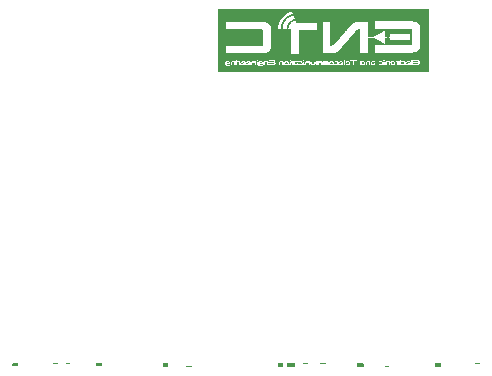
<source format=gbo>
G04*
G04 #@! TF.GenerationSoftware,Altium Limited,Altium Designer,22.1.2 (22)*
G04*
G04 Layer_Color=32896*
%FSLAX25Y25*%
%MOIN*%
G70*
G04*
G04 #@! TF.SameCoordinates,E16E6B7E-0D5A-4F64-8BAA-C1CDB9B7C18E*
G04*
G04*
G04 #@! TF.FilePolarity,Positive*
G04*
G01*
G75*
G36*
X250495Y237665D02*
X250486Y216484D01*
X193418D01*
X179995Y216493D01*
X180004Y237674D01*
X250495Y237665D01*
D02*
G37*
G36*
X267562Y119093D02*
X265797D01*
Y119534D01*
X267562D01*
Y119093D01*
D02*
G37*
G36*
X215927D02*
X214162D01*
Y119534D01*
X215927D01*
Y119093D01*
D02*
G37*
G36*
X210190D02*
X208425D01*
Y119534D01*
X210190D01*
Y119093D01*
D02*
G37*
G36*
X130753D02*
X129429D01*
Y119534D01*
X130753D01*
Y119093D01*
D02*
G37*
G36*
X126781D02*
X125015D01*
Y119534D01*
X126781D01*
Y119093D01*
D02*
G37*
G36*
X141344Y118652D02*
X139579D01*
Y119534D01*
X141344D01*
Y118652D01*
D02*
G37*
G36*
X113541D02*
X111335D01*
Y119093D01*
X111776D01*
Y119534D01*
X113541D01*
Y118652D01*
D02*
G37*
G36*
X254322Y118210D02*
X252557D01*
Y119534D01*
X254322D01*
Y118210D01*
D02*
G37*
G36*
X237111D02*
X235787D01*
Y118652D01*
X237111D01*
Y118210D01*
D02*
G37*
G36*
X228284Y119093D02*
X228726D01*
Y118652D01*
Y118210D01*
X226519D01*
Y119534D01*
X228284D01*
Y119093D01*
D02*
G37*
G36*
X205777Y118210D02*
X203129D01*
Y119534D01*
X205777D01*
Y118210D01*
D02*
G37*
G36*
X201805D02*
X200040D01*
Y119093D01*
Y119534D01*
X201805D01*
Y118210D01*
D02*
G37*
G36*
X171354D02*
X169589D01*
Y118652D01*
X171354D01*
Y118210D01*
D02*
G37*
G36*
X163410Y118652D02*
Y118210D01*
X161645D01*
Y119534D01*
X163410D01*
Y118652D01*
D02*
G37*
%LPC*%
G36*
X229763Y233328D02*
X227689Y233319D01*
X227303Y233328D01*
X227249Y233310D01*
X226800Y233292D01*
X226746Y233274D01*
X226612Y233247D01*
X226468Y233211D01*
X226270Y233194D01*
X226091Y233176D01*
X226001Y233158D01*
X225938Y233131D01*
X225866Y233059D01*
X225777Y233023D01*
X225588Y232996D01*
X225525Y232951D01*
X225471Y232897D01*
X225381Y232861D01*
X225283Y232834D01*
X225211Y232799D01*
X225193Y232763D01*
X225130Y232700D01*
X225040Y232664D01*
X225004Y232646D01*
X224897Y232538D01*
X224861Y232520D01*
X224735Y232430D01*
X224663Y232359D01*
X224627Y232341D01*
X224529Y232260D01*
X224295Y232026D01*
X224277Y231991D01*
X224250Y231963D01*
X224214Y231946D01*
X224151Y231883D01*
X224133Y231847D01*
X224053Y231748D01*
X223972Y231667D01*
X223954Y231631D01*
X223873Y231533D01*
X223792Y231452D01*
X223774Y231416D01*
X223693Y231317D01*
X223658Y231299D01*
X223631Y231272D01*
X223559Y231147D01*
X223532Y231119D01*
X223496Y231102D01*
X223433Y231039D01*
X223415Y231003D01*
X223334Y230922D01*
X223299Y230904D01*
X223227Y230796D01*
X223155Y230725D01*
X223128Y230715D01*
X223110Y230680D01*
X223029Y230581D01*
X222948Y230500D01*
X222930Y230464D01*
X222849Y230365D01*
X222769Y230285D01*
X222751Y230249D01*
X222670Y230150D01*
X222589Y230069D01*
X222571Y230033D01*
X222490Y229934D01*
X222410Y229854D01*
X222392Y229818D01*
X222293Y229719D01*
X222266Y229710D01*
X222248Y229674D01*
X222212Y229638D01*
X222194Y229602D01*
X222149Y229557D01*
X222113Y229539D01*
X222086Y229512D01*
X222068Y229476D01*
X222032Y229440D01*
X222014Y229405D01*
X221970Y229360D01*
X221934Y229342D01*
X221862Y229234D01*
X221745Y229117D01*
X221727Y229081D01*
X221602Y228920D01*
X221530Y228848D01*
X221512Y228812D01*
X221386Y228686D01*
X221332Y228596D01*
X221188Y228453D01*
X221170Y228417D01*
X221108Y228354D01*
X221072Y228336D01*
X221045Y228309D01*
X221027Y228273D01*
X220946Y228174D01*
X220910Y228157D01*
X220865Y228112D01*
X220847Y228076D01*
X220766Y227977D01*
X220686Y227896D01*
X220668Y227860D01*
X220632Y227824D01*
X220614Y227788D01*
X220506Y227681D01*
X220488Y227645D01*
X220407Y227546D01*
X220326Y227465D01*
X220309Y227429D01*
X220183Y227304D01*
X220129Y227214D01*
X220048Y227133D01*
X220021Y227124D01*
X220003Y227088D01*
X219967Y227052D01*
X219949Y227016D01*
X219904Y226971D01*
X219869Y226954D01*
X219824Y226909D01*
X219806Y226873D01*
X219743Y226792D01*
X219707Y226774D01*
X219662Y226729D01*
X219644Y226693D01*
X219563Y226594D01*
X219482Y226514D01*
X219465Y226478D01*
X219384Y226379D01*
X219303Y226298D01*
X219285Y226262D01*
X219204Y226163D01*
X219123Y226082D01*
X219070Y225993D01*
X218962Y225921D01*
X218944Y225885D01*
X218863Y225804D01*
X218827Y225786D01*
X218701Y225696D01*
X218648Y225643D01*
X218558Y225607D01*
X218522Y225589D01*
X218459Y225544D01*
X218441Y225508D01*
X218396Y225463D01*
X218252Y225427D01*
X218118Y225400D01*
X217965Y225337D01*
X217893Y225319D01*
X217714Y225266D01*
X217606Y225283D01*
X217579Y225310D01*
X217561Y225382D01*
X217543Y233247D01*
X217498Y233310D01*
X217426Y233328D01*
X215056Y233310D01*
X215011Y233229D01*
X214993Y233050D01*
X215011Y232817D01*
X215002Y222931D01*
X215056Y222859D01*
X215128Y222841D01*
X215631Y222859D01*
X218558Y222877D01*
X218612Y222895D01*
X218782Y222922D01*
X218989Y223021D01*
X219114Y223039D01*
X219276Y223057D01*
X219402Y223147D01*
X219438Y223165D01*
X219527Y223200D01*
X219626Y223227D01*
X219689Y223254D01*
X219761Y223326D01*
X219958Y223434D01*
X220048Y223524D01*
X220210Y223613D01*
X220300Y223703D01*
X220336Y223721D01*
X220434Y223802D01*
X220569Y223937D01*
X220605Y223955D01*
X220632Y223981D01*
X220650Y224018D01*
X220829Y224197D01*
X220847Y224233D01*
X220928Y224332D01*
X220991Y224394D01*
X221009Y224430D01*
X221090Y224529D01*
X221170Y224610D01*
X221224Y224700D01*
X221368Y224844D01*
X221386Y224879D01*
X221548Y225041D01*
X221566Y225077D01*
X221709Y225221D01*
X221727Y225256D01*
X221853Y225382D01*
X221871Y225418D01*
X221997Y225580D01*
X222050Y225634D01*
X222104Y225723D01*
X222167Y225786D01*
X222194Y225795D01*
X222212Y225831D01*
X222293Y225930D01*
X222374Y226011D01*
X222392Y226047D01*
X222455Y226127D01*
X222490Y226145D01*
X222571Y226226D01*
X222589Y226262D01*
X222733Y226406D01*
X222751Y226442D01*
X222832Y226540D01*
X222894Y226603D01*
X222912Y226639D01*
X222948Y226675D01*
X222966Y226711D01*
X223074Y226819D01*
X223092Y226855D01*
X223173Y226954D01*
X223254Y227034D01*
X223307Y227124D01*
X223352Y227169D01*
X223388Y227187D01*
X223460Y227295D01*
X223532Y227366D01*
X223568Y227384D01*
X223640Y227492D01*
X223693Y227546D01*
X223729Y227564D01*
X223801Y227672D01*
X223918Y227788D01*
X223936Y227824D01*
X224017Y227941D01*
X224053Y227959D01*
X224080Y227986D01*
X224098Y228022D01*
X224196Y228157D01*
X224232Y228174D01*
X224259Y228202D01*
X224277Y228237D01*
X224358Y228336D01*
X224457Y228435D01*
X224511Y228525D01*
X224537Y228552D01*
X224573Y228570D01*
X224636Y228632D01*
X224654Y228668D01*
X224681Y228713D01*
X224717Y228731D01*
X224798Y228812D01*
X224816Y228848D01*
X224897Y228947D01*
X224977Y229028D01*
X224995Y229063D01*
X225076Y229162D01*
X225139Y229225D01*
X225157Y229261D01*
X225238Y229360D01*
X225319Y229440D01*
X225373Y229530D01*
X225417Y229575D01*
X225453Y229593D01*
X225525Y229701D01*
X225597Y229773D01*
X225633Y229791D01*
X225705Y229898D01*
X225857Y230051D01*
X225875Y230087D01*
X225902Y230114D01*
X225938Y230132D01*
X225983Y230177D01*
X226001Y230213D01*
X226046Y230258D01*
X226082Y230276D01*
X226225Y230419D01*
X226261Y230437D01*
X226387Y230527D01*
X226405Y230563D01*
X226441Y230581D01*
X226531Y230617D01*
X226629Y230644D01*
X226728Y230707D01*
X226890Y230778D01*
X227123Y230796D01*
X227249Y230814D01*
X227357Y230796D01*
X227384Y230769D01*
X227420Y230644D01*
X227402Y230303D01*
X227411Y223129D01*
X227402Y222940D01*
X227483Y222841D01*
X228093Y222859D01*
X229925Y222877D01*
X229970Y222922D01*
X229961Y227905D01*
X229978Y227977D01*
X230014Y228031D01*
X230104Y228067D01*
X230499Y228049D01*
X231011Y228058D01*
X231074Y228049D01*
X231128Y228067D01*
X231307Y228049D01*
X231370Y227986D01*
X231388Y227824D01*
X231370Y227770D01*
X231388Y225975D01*
X231433Y225930D01*
X231496Y225957D01*
X231532Y226082D01*
X231514Y226370D01*
X231532Y228004D01*
X231595Y228067D01*
X231774Y228049D01*
X231900Y227959D01*
X232008Y227887D01*
X232142Y227860D01*
X232241Y227797D01*
X232295Y227744D01*
X232412Y227699D01*
X232555Y227645D01*
X232600Y227600D01*
X232636Y227582D01*
X232762Y227528D01*
X232879Y227483D01*
X232959Y227402D01*
X233049Y227366D01*
X233121Y227348D01*
X233211Y227313D01*
X233310Y227232D01*
X233543Y227142D01*
X233606Y227097D01*
X233642Y227061D01*
X233732Y227025D01*
X233803Y227007D01*
X233893Y226971D01*
X233992Y226891D01*
X234091Y226846D01*
X234208Y226801D01*
X234270Y226756D01*
X234360Y226702D01*
X234531Y226639D01*
X234594Y226594D01*
X234630Y226558D01*
X234665Y226540D01*
X234755Y226504D01*
X234899Y226451D01*
X234998Y226370D01*
X235114Y226325D01*
X235186Y226307D01*
X235357Y226190D01*
X235536Y226118D01*
X235644Y226029D01*
X235725Y226002D01*
X235788Y226047D01*
X235797Y226110D01*
X235779Y226199D01*
X235770Y226603D01*
X235788Y226657D01*
X235770Y226783D01*
X235734Y227088D01*
X235752Y227968D01*
X235797Y228013D01*
X235887Y228049D01*
X237242Y228058D01*
X237332Y228022D01*
X237386Y227896D01*
X237368Y227770D01*
X237386Y227429D01*
X237413Y227384D01*
X237539Y227348D01*
X237664Y227366D01*
X241309D01*
X244021Y227384D01*
X244066Y227429D01*
X244102Y227573D01*
X244084Y227968D01*
X244093Y228983D01*
X244075Y229054D01*
X244003Y229126D01*
X243868Y229135D01*
X243806Y229126D01*
X243752Y229144D01*
X243572Y229126D01*
X243446Y229144D01*
X237655Y229135D01*
X237485Y229144D01*
X237386Y229063D01*
X237368Y228938D01*
X237350Y228255D01*
X237305Y228210D01*
X237233Y228192D01*
X237107Y228210D01*
X235797Y228228D01*
X235716Y228291D01*
X235698Y228417D01*
X235716Y228471D01*
X235707Y230006D01*
X235725Y230078D01*
X235734Y230177D01*
X235707Y230222D01*
X235635Y230240D01*
X235491Y230222D01*
X235366Y230096D01*
X235240Y230060D01*
X235141Y230033D01*
X235114Y230006D01*
X235078Y229988D01*
X235024Y229934D01*
X234935Y229898D01*
X234836Y229872D01*
X234773Y229827D01*
X234737Y229791D01*
X234701Y229773D01*
X234576Y229719D01*
X234477Y229692D01*
X234414Y229647D01*
X234360Y229593D01*
X234270Y229557D01*
X234198Y229539D01*
X234109Y229485D01*
X234001Y229414D01*
X233911Y229378D01*
X233812Y229351D01*
X233750Y229306D01*
X233696Y229252D01*
X233444Y229162D01*
X233390Y229108D01*
X233354Y229090D01*
X233229Y229036D01*
X233130Y229010D01*
X233103Y228983D01*
X233067Y228965D01*
X233013Y228911D01*
X232924Y228875D01*
X232807Y228830D01*
X232708Y228767D01*
X232510Y228677D01*
X232421Y228641D01*
X232385Y228606D01*
X232349Y228588D01*
X232187Y228516D01*
X232062Y228444D01*
X232008Y228390D01*
X231882Y228354D01*
X231792Y228318D01*
X231693Y228237D01*
X231666Y228210D01*
X231595Y228192D01*
X231532Y228255D01*
X231514Y228381D01*
X231523Y230186D01*
X231505Y230258D01*
X231469Y230293D01*
X231397Y230276D01*
X231370Y230177D01*
X231352Y228273D01*
X231325Y228228D01*
X231200Y228192D01*
X231128Y228210D01*
X230059Y228202D01*
X229996Y228246D01*
X229970Y228327D01*
X229952Y228399D01*
X229970Y228525D01*
X229952Y233229D01*
X229889Y233310D01*
X229763Y233328D01*
D02*
G37*
G36*
X205180Y235411D02*
X204964Y235393D01*
X204767Y235268D01*
X204542Y235223D01*
X204443Y235160D01*
X204408Y235124D01*
X204282Y235070D01*
X204183Y235043D01*
X204075Y234953D01*
X203976Y234909D01*
X203851Y234837D01*
X203743Y234729D01*
X203671Y234711D01*
X203573Y234630D01*
X203528Y234585D01*
X203366Y234495D01*
X203258Y234388D01*
X203222Y234370D01*
X203123Y234289D01*
X203106Y234253D01*
X203061Y234208D01*
X203025Y234190D01*
X202980Y234163D01*
X202962Y234127D01*
X202926Y234091D01*
X202908Y234055D01*
X202863Y234011D01*
X202827Y233993D01*
X202782Y233948D01*
X202764Y233912D01*
X202684Y233813D01*
X202621Y233750D01*
X202603Y233714D01*
X202513Y233589D01*
X202459Y233535D01*
X202369Y233373D01*
X202279Y233283D01*
X202244Y233194D01*
X202172Y233068D01*
X202118Y233014D01*
X202037Y232790D01*
X201938Y232655D01*
X201911Y232538D01*
X201875Y232395D01*
X201777Y232188D01*
X201759Y232116D01*
X201741Y231991D01*
X201705Y231757D01*
X201669Y231667D01*
X201633Y231541D01*
X201597Y231290D01*
X201579Y231021D01*
X201597Y230967D01*
X201615Y230895D01*
X201660Y230850D01*
X202055Y230868D01*
X202854Y230859D01*
X202908Y230913D01*
X202944Y231057D01*
X202962Y231272D01*
X202980Y231326D01*
X203016Y231470D01*
X203070Y231775D01*
X203097Y231892D01*
X203133Y231981D01*
X203213Y232116D01*
X203258Y232305D01*
X203321Y232403D01*
X203393Y232475D01*
X203420Y232592D01*
X203483Y232691D01*
X203510Y232718D01*
X203537Y232727D01*
X203555Y232763D01*
X203671Y232933D01*
X203734Y232996D01*
X203752Y233032D01*
X203851Y233167D01*
X203887Y233185D01*
X203967Y233265D01*
X203986Y233301D01*
X204030Y233346D01*
X204066Y233364D01*
X204228Y233526D01*
X204264Y233544D01*
X204390Y233633D01*
X204461Y233705D01*
X204623Y233795D01*
X204713Y233885D01*
X204785Y233903D01*
X204901Y233948D01*
X205000Y234047D01*
X205126Y234083D01*
X205296Y234145D01*
X205413Y234208D01*
X205539Y234244D01*
X205620Y234289D01*
X205638Y234361D01*
X205620Y234433D01*
X205548Y234505D01*
X205530Y234540D01*
X205512Y234594D01*
X205494Y234666D01*
X205449Y234873D01*
X205413Y234962D01*
X205386Y234989D01*
X205368Y235025D01*
X205332Y235079D01*
Y235097D01*
X205314Y235151D01*
X205287Y235339D01*
X205252Y235393D01*
X205180Y235411D01*
D02*
G37*
G36*
X204677Y236740D02*
X204551Y236650D01*
X204408Y236614D01*
X204273Y236588D01*
X204174Y236525D01*
X204012Y236453D01*
X203905Y236435D01*
X203815Y236381D01*
X203689Y236291D01*
X203581Y236273D01*
X203456Y236201D01*
X203402Y236147D01*
X203312Y236112D01*
X203213Y236085D01*
X203151Y236040D01*
X203106Y235977D01*
X203079Y235950D01*
X202908Y235887D01*
X202827Y235806D01*
X202791Y235788D01*
X202666Y235717D01*
X202558Y235609D01*
X202522Y235591D01*
X202396Y235501D01*
X202307Y235411D01*
X202271Y235393D01*
X202190Y235331D01*
X202172Y235295D01*
X202109Y235250D01*
X202010Y235169D01*
X201723Y234882D01*
X201705Y234846D01*
X201561Y234702D01*
X201543Y234666D01*
X201480Y234585D01*
X201445Y234567D01*
X201364Y234433D01*
X201346Y234397D01*
X201283Y234352D01*
X201220Y234289D01*
X201184Y234199D01*
X201175Y234190D01*
X201094Y234109D01*
X201041Y233984D01*
X200987Y233894D01*
X200897Y233804D01*
X200825Y233607D01*
X200753Y233535D01*
X200717Y233445D01*
X200654Y233274D01*
X200583Y233167D01*
X200538Y233050D01*
X200511Y232897D01*
X200475Y232807D01*
X200448Y232781D01*
X200430Y232745D01*
X200376Y232619D01*
X200358Y232439D01*
X200322Y232296D01*
X200250Y232134D01*
X200215Y231919D01*
X200197Y231793D01*
X200179Y231613D01*
X200152Y231299D01*
X200134Y231155D01*
X200125Y230949D01*
X200187Y230868D01*
X200259Y230850D01*
X200619Y230868D01*
X200672Y230850D01*
X200744Y230868D01*
X200906Y230886D01*
X200951Y230931D01*
X200969Y231111D01*
X200996Y231533D01*
X201014Y231766D01*
X201049Y231910D01*
X201166Y232278D01*
X201184Y232457D01*
X201256Y232583D01*
X201328Y232745D01*
X201355Y232861D01*
X201409Y232969D01*
X201436Y232996D01*
X201453Y233032D01*
X201507Y233158D01*
X201570Y233328D01*
X201669Y233427D01*
X201714Y233544D01*
X201777Y233643D01*
X201831Y233696D01*
X201867Y233786D01*
X201885Y233822D01*
X201920Y233858D01*
X201929Y233885D01*
X201965Y233903D01*
X202010Y233948D01*
X202028Y233984D01*
X202109Y234083D01*
X202208Y234181D01*
X202226Y234217D01*
X202307Y234316D01*
X202405Y234415D01*
X202423Y234451D01*
X202540Y234567D01*
X202576Y234585D01*
X202737Y234747D01*
X202773Y234765D01*
X202809Y234801D01*
X202845Y234819D01*
X202872Y234846D01*
X202890Y234882D01*
X202917Y234909D01*
X202953Y234927D01*
X203052Y235007D01*
X203151Y235106D01*
X203240Y235142D01*
X203339Y235223D01*
X203366Y235250D01*
X203456Y235286D01*
X203545Y235339D01*
X203635Y235429D01*
X203761Y235465D01*
X203851Y235519D01*
X203923Y235591D01*
X204012Y235627D01*
X204129Y235654D01*
X204192Y235681D01*
X204264Y235753D01*
X204354Y235788D01*
X204470Y235815D01*
X204542Y235833D01*
X204632Y235869D01*
X204659Y235896D01*
X204785Y235950D01*
X204901Y235977D01*
X204964Y236004D01*
X204991Y236031D01*
X204973Y236192D01*
X204955Y236246D01*
X204937Y236318D01*
X204812Y236588D01*
X204776Y236677D01*
X204749Y236722D01*
X204677Y236740D01*
D02*
G37*
G36*
X205736Y233723D02*
X205602Y233696D01*
X205512Y233661D01*
X205404Y233589D01*
X205171Y233499D01*
X205144Y233472D01*
X205108Y233454D01*
X205054Y233400D01*
X204937Y233355D01*
X204874Y233310D01*
X204767Y233203D01*
X204641Y233131D01*
X204587Y233059D01*
X204551Y233041D01*
X204291Y232781D01*
X204273Y232745D01*
X204129Y232601D01*
X204075Y232511D01*
X203986Y232421D01*
X203950Y232332D01*
X203932Y232260D01*
X203851Y232161D01*
X203824Y232134D01*
X203788Y232044D01*
X203761Y231892D01*
X203671Y231748D01*
X203626Y231631D01*
X203599Y231299D01*
X203581Y231227D01*
X203555Y231129D01*
X203537Y231003D01*
X203555Y230877D01*
X203617Y230814D01*
X203743Y230796D01*
X203986Y230805D01*
X204066Y230796D01*
X204102Y230814D01*
X204156Y230796D01*
X204390Y230778D01*
X204416Y230751D01*
X204452Y230644D01*
X204434Y230590D01*
X204416Y230392D01*
X204434Y230338D01*
X204425Y222662D01*
X204461Y222572D01*
X204497Y222536D01*
X204569Y222518D01*
X206975Y222536D01*
X207038Y222599D01*
X207056Y230428D01*
X207119Y230509D01*
X207191Y230527D01*
X207424Y230509D01*
X207766D01*
X213000Y230500D01*
X213063Y230545D01*
X213108Y230662D01*
X213090Y232960D01*
X213063Y232987D01*
X212937Y233023D01*
X212865Y233005D01*
X206221Y233023D01*
X206122Y233104D01*
X206051Y233176D01*
X206015Y233319D01*
X205997Y233499D01*
X205925Y233625D01*
X205862Y233687D01*
X205736Y233723D01*
D02*
G37*
G36*
X244326Y233508D02*
X232492Y233490D01*
X232448Y233463D01*
X232412Y233373D01*
X232430Y231075D01*
X232475Y231012D01*
X232546Y230994D01*
X244596Y230976D01*
X244650Y230958D01*
X244739Y230922D01*
X244784Y230877D01*
X244820Y230787D01*
X244847Y230689D01*
X244865Y230617D01*
X244874Y225903D01*
X244856Y225849D01*
X244838Y225777D01*
X244793Y225660D01*
X244739Y225607D01*
X244623Y225562D01*
X244506Y225499D01*
X244326Y225481D01*
X237269D01*
X232502Y225490D01*
X232439Y225445D01*
X232412Y225418D01*
X232394Y225346D01*
X232412Y223084D01*
X232457Y223039D01*
X232528Y223021D01*
X232870Y223039D01*
X244497Y223030D01*
X245072Y223048D01*
X245251Y223066D01*
X245341Y223084D01*
X245485Y223120D01*
X245601Y223165D01*
X245727Y223200D01*
X245916Y223227D01*
X246005Y223263D01*
X246140Y223344D01*
X246266Y223380D01*
X246391Y223452D01*
X246445Y223506D01*
X246535Y223542D01*
X246652Y223604D01*
X246670Y223640D01*
X246733Y223703D01*
X246768Y223721D01*
X246867Y223802D01*
X246885Y223838D01*
X246966Y223919D01*
X247002Y223937D01*
X247029Y223964D01*
X247119Y224125D01*
X247173Y224179D01*
X247208Y224269D01*
X247235Y224368D01*
X247298Y224466D01*
X247334Y224502D01*
X247370Y224592D01*
X247388Y224772D01*
X247406Y224933D01*
X247460Y225059D01*
X247478Y225131D01*
X247496Y225310D01*
X247514Y225382D01*
X247496Y231344D01*
X247478Y231398D01*
X247424Y231577D01*
X247388Y231721D01*
X247370Y231937D01*
X247298Y232062D01*
X247208Y232260D01*
X247190Y232296D01*
X247083Y232403D01*
X246975Y232601D01*
X246948Y232628D01*
X246912Y232646D01*
X246885Y232673D01*
X246867Y232709D01*
X246751Y232825D01*
X246625Y232897D01*
X246535Y232987D01*
X246445Y233023D01*
X246320Y233095D01*
X246266Y233149D01*
X246176Y233185D01*
X246032Y233203D01*
X245853Y233310D01*
X245709Y233346D01*
X245583Y233364D01*
X245332Y233382D01*
X245206Y233436D01*
X245080Y233454D01*
X245009Y233472D01*
X244829Y233490D01*
X244326Y233508D01*
D02*
G37*
G36*
X182895Y233346D02*
X182841Y233328D01*
X182805Y233310D01*
X182778Y233283D01*
X182760Y233211D01*
X182778Y230841D01*
X182805Y230814D01*
X182877Y230796D01*
X183146Y230814D01*
X183200Y230796D01*
X194702Y230805D01*
X194917Y230787D01*
X195043Y230715D01*
X195052Y230689D01*
X195088Y230671D01*
X195133Y230608D01*
X195168Y230518D01*
X195186Y230446D01*
X195168Y225526D01*
X195106Y225445D01*
X194989Y225400D01*
X194962Y225373D01*
X194926Y225355D01*
X194764Y225283D01*
X188372D01*
X182787Y225266D01*
X182688Y225185D01*
X182679Y225104D01*
X182688Y223048D01*
X182670Y223012D01*
X182688Y222958D01*
X182706Y222922D01*
X182751Y222877D01*
X182877Y222859D01*
X195626Y222877D01*
X195680Y222895D01*
X195869Y222940D01*
X195968Y222985D01*
X196057Y223021D01*
X196183Y223039D01*
X196327Y223057D01*
X196452Y223147D01*
X196542Y223182D01*
X196713Y223245D01*
X196812Y223344D01*
X196901Y223380D01*
X196991Y223434D01*
X197099Y223542D01*
X197135Y223559D01*
X197234Y223658D01*
X197251Y223694D01*
X197377Y223820D01*
X197431Y223946D01*
X197449Y223981D01*
X197521Y224053D01*
X197539Y224089D01*
X197575Y224179D01*
X197593Y224251D01*
X197718Y224520D01*
X197736Y224592D01*
X197763Y224942D01*
X197781Y225032D01*
X197808Y225274D01*
X197826Y225454D01*
X197808Y230967D01*
X197790Y231021D01*
X197754Y231236D01*
X197736Y231595D01*
X197718Y231649D01*
X197647Y231775D01*
X197593Y231829D01*
X197575Y231955D01*
X197557Y232026D01*
X197539Y232062D01*
X197431Y232170D01*
X197341Y232332D01*
X197234Y232439D01*
X197216Y232475D01*
X197153Y232538D01*
X197117Y232556D01*
X197090Y232583D01*
X197072Y232619D01*
X196937Y232700D01*
X196901Y232718D01*
X196874Y232745D01*
X196856Y232781D01*
X196812Y232825D01*
X196722Y232861D01*
X196560Y232951D01*
X196524Y232987D01*
X196425Y233014D01*
X196255Y233041D01*
X196075Y233149D01*
X196003Y233167D01*
X195878Y233185D01*
X195590Y233203D01*
X195303Y233274D01*
X195177Y233292D01*
X194791Y233319D01*
X183146Y233328D01*
X183092Y233310D01*
X182904Y233337D01*
X182895Y233346D01*
D02*
G37*
G36*
X186396Y220453D02*
X186127Y220435D01*
X186064Y220372D01*
X186082Y220282D01*
X186100Y220264D01*
Y220246D01*
X186181Y220201D01*
X186307Y220184D01*
X186432Y220201D01*
X186513Y220282D01*
X186522Y220345D01*
X186495Y220408D01*
X186468Y220435D01*
X186396Y220453D01*
D02*
G37*
G36*
X208879D02*
X208574Y220435D01*
X208529Y220408D01*
X208511Y220336D01*
X208529Y220264D01*
X208556Y220237D01*
X208645Y220201D01*
X208789Y220166D01*
X208843Y220184D01*
X208852Y220193D01*
X208879Y220219D01*
X208906Y220229D01*
X208924Y220264D01*
X208942Y220318D01*
X208924Y220408D01*
X208879Y220453D01*
D02*
G37*
G36*
X237287Y220076D02*
X236757Y220067D01*
X236695Y220076D01*
X236641Y220058D01*
X236425Y220076D01*
X236407D01*
X236120Y220058D01*
X236021Y219977D01*
X235976Y219932D01*
X235940Y219914D01*
X235877Y219851D01*
X235859Y219726D01*
X235877Y218953D01*
X235904Y218909D01*
X235976Y218891D01*
X236174Y218909D01*
X236264Y218963D01*
X236291Y218989D01*
X236308Y219115D01*
X236299Y219627D01*
X236326Y219690D01*
X236371Y219735D01*
X236443Y219753D01*
X236937Y219762D01*
X237027Y219726D01*
X237063Y219636D01*
X237045Y219367D01*
X237063Y219313D01*
X237045Y218989D01*
X237107Y218909D01*
X237179Y218891D01*
X237359Y218909D01*
X237422Y218953D01*
X237440Y219043D01*
X237404Y219133D01*
X237386Y219259D01*
X237404Y219331D01*
X237395Y219627D01*
X237422Y219977D01*
X237359Y220058D01*
X237287Y220076D01*
D02*
G37*
G36*
X232385D02*
X232232Y220067D01*
X232151Y220076D01*
X232098Y220058D01*
X231334Y220067D01*
X231272Y220040D01*
X231209Y219977D01*
X231191Y219941D01*
X231164Y219914D01*
X231128Y219896D01*
X231029Y219815D01*
Y219564D01*
Y219546D01*
X231011Y219492D01*
X231029Y219438D01*
X231020Y219160D01*
X231056Y219106D01*
X231092Y219088D01*
X231191Y219007D01*
X231209Y218971D01*
X231272Y218909D01*
X231388Y218900D01*
X232151Y218909D01*
X232205Y218891D01*
X232412Y218918D01*
X232510Y218981D01*
X232555Y219079D01*
X232573Y219295D01*
X232555Y219349D01*
X232537Y219474D01*
X232510Y219519D01*
X232421Y219555D01*
X232241Y219573D01*
X231738Y219591D01*
X231684Y219573D01*
X231631Y219591D01*
X231541Y219609D01*
X231514Y219636D01*
X231505Y219681D01*
X231532Y219744D01*
X231613Y219771D01*
X232528Y219789D01*
X232555Y219815D01*
X232573Y219887D01*
X232555Y219977D01*
X232510Y220040D01*
X232385Y220076D01*
D02*
G37*
G36*
X230715D02*
X230203Y220067D01*
X230122Y220076D01*
X230068Y220058D01*
X229655Y220076D01*
X229601Y220058D01*
X229566Y220040D01*
X229467Y219959D01*
X229440Y219932D01*
X229404Y219914D01*
X229341Y219851D01*
X229323Y219780D01*
X229314Y218981D01*
X229359Y218918D01*
X229458Y218891D01*
X229682Y218918D01*
X229754Y218953D01*
X229772Y219025D01*
Y219349D01*
Y219367D01*
X229763Y219627D01*
X229790Y219690D01*
X229853Y219753D01*
X229988Y219762D01*
X230284Y219753D01*
X230338Y219771D01*
X230454Y219744D01*
X230490Y219708D01*
X230508Y219636D01*
X230499Y219016D01*
X230535Y218927D01*
X230625Y218891D01*
X230822Y218909D01*
X230903Y218953D01*
X230921Y219025D01*
X230903Y219133D01*
X230867Y219223D01*
X230885Y219797D01*
X230903Y219851D01*
X230921Y219923D01*
X230885Y220013D01*
X230840Y220058D01*
X230715Y220076D01*
D02*
G37*
G36*
X226225Y220435D02*
X226100Y220417D01*
X224232Y220399D01*
X224169Y220354D01*
X224151Y220282D01*
X224143Y220237D01*
X224160Y220166D01*
X224178Y220130D01*
X224205Y220121D01*
X224214Y220112D01*
X224268Y220094D01*
X224340Y220076D01*
X225004Y220058D01*
X225067Y220013D01*
X225085Y219941D01*
X225076Y219016D01*
X225112Y218945D01*
X225202Y218909D01*
X225328Y218891D01*
X225435Y218909D01*
X225498Y218971D01*
X225516Y220031D01*
X225561Y220076D01*
X225633Y220094D01*
X225785Y220067D01*
X225848Y220058D01*
X225902Y220076D01*
X226235Y220067D01*
X226324Y220085D01*
X226414Y220139D01*
X226450Y220229D01*
X226432Y220336D01*
X226369Y220399D01*
X226225Y220435D01*
D02*
G37*
G36*
X216762Y220076D02*
X216744D01*
X216268Y220067D01*
X215613Y220076D01*
X215559Y220058D01*
X215200Y220076D01*
X215146Y220058D01*
X215056Y220004D01*
X214984Y219932D01*
X214948Y219914D01*
X214885Y219851D01*
X214850Y219762D01*
X214841Y219034D01*
X214859Y218963D01*
X214912Y218909D01*
X215119Y218900D01*
X215254Y218927D01*
X215299Y218971D01*
X215317Y219043D01*
X215307Y219645D01*
X215334Y219708D01*
X215361Y219735D01*
X215487Y219771D01*
X215613Y219753D01*
X215676Y219708D01*
X215694Y219636D01*
X215676Y219241D01*
X215694Y219187D01*
X215676Y219061D01*
X215694Y218989D01*
X215711Y218953D01*
X215739Y218927D01*
X215864Y218891D01*
X216044Y218909D01*
X216133Y218963D01*
X216160Y219043D01*
X216143Y219402D01*
X216160Y219456D01*
X216143Y219528D01*
X216160Y219690D01*
X216205Y219735D01*
X216349Y219771D01*
X216475Y219753D01*
X216538Y219690D01*
X216556Y219618D01*
X216538Y219385D01*
X216556Y218953D01*
X216600Y218909D01*
X216672Y218891D01*
X216870Y218909D01*
X216951Y218953D01*
X216968Y219025D01*
X216951Y219187D01*
X216933Y219241D01*
X216951Y219313D01*
X216942Y219645D01*
X216960Y219735D01*
X216968Y219959D01*
X216888Y220058D01*
X216762Y220076D01*
D02*
G37*
G36*
X214535D02*
X214024Y220067D01*
X213368Y220076D01*
X213314Y220058D01*
X212919Y220076D01*
X212829Y220040D01*
X212740Y219950D01*
X212704Y219932D01*
X212605Y219851D01*
X212587Y219726D01*
X212605Y218953D01*
X212650Y218909D01*
X212722Y218891D01*
X212928Y218918D01*
X212991Y218945D01*
X213018Y218971D01*
X213036Y219043D01*
X213054Y219672D01*
X213117Y219735D01*
X213242Y219771D01*
X213368Y219753D01*
X213431Y219690D01*
X213449Y219564D01*
X213431Y219510D01*
X213449Y218953D01*
X213494Y218909D01*
X213566Y218891D01*
X213745Y218909D01*
X213835Y218963D01*
X213862Y219043D01*
X213853Y219232D01*
X213862Y219510D01*
X213844Y219564D01*
X213862Y219690D01*
X213889Y219717D01*
X214015Y219753D01*
X214131Y219762D01*
X214221Y219744D01*
X214293Y219672D01*
X214284Y219375D01*
X214293Y219151D01*
X214275Y219097D01*
X214293Y218953D01*
X214338Y218909D01*
X214410Y218891D01*
X214589Y218909D01*
X214634Y218953D01*
X214652Y219079D01*
X214634Y219151D01*
Y219726D01*
X214643Y219735D01*
X214652Y219995D01*
X214607Y220058D01*
X214535Y220076D01*
D02*
G37*
G36*
X192610D02*
X191793Y220067D01*
X191748Y220076D01*
X191694Y220058D01*
X191622Y220076D01*
X191442Y220058D01*
X191406Y220022D01*
X191370Y220004D01*
X191245Y219914D01*
X191218Y219887D01*
X191200Y219762D01*
X191182Y219528D01*
X191191Y219178D01*
X191173Y219106D01*
X191146Y219025D01*
X191164Y218953D01*
X191191Y218927D01*
X191317Y218891D01*
X191496Y218909D01*
X191541Y218953D01*
X191559Y219025D01*
X191577Y219672D01*
X191640Y219735D01*
X191766Y219753D01*
X192250Y219735D01*
X192313Y219672D01*
X192331Y219600D01*
X192313Y219474D01*
X192304Y219016D01*
X192340Y218945D01*
X192367Y218936D01*
X192376Y218927D01*
X192448Y218909D01*
X192574Y218891D01*
X192681Y218909D01*
X192708Y218936D01*
X192726Y219007D01*
X192708Y220031D01*
X192681Y220058D01*
X192610Y220076D01*
D02*
G37*
G36*
X188946D02*
X188776Y220067D01*
X188713Y220076D01*
X188659Y220058D01*
X188031Y220076D01*
X187932Y219995D01*
X187806Y219869D01*
X187788Y219797D01*
X187806Y219528D01*
X187869Y219465D01*
X187995Y219429D01*
X188066Y219411D01*
X188569Y219393D01*
X188821Y219375D01*
X188865Y219349D01*
X188848Y219259D01*
X188767Y219232D01*
X188695Y219214D01*
X188300Y219232D01*
X187941Y219214D01*
X187824Y219151D01*
X187806Y219079D01*
X187824Y218989D01*
X187887Y218927D01*
X187959Y218909D01*
X188084Y218891D01*
X188264Y218909D01*
X188991Y218900D01*
X189081Y218918D01*
X189135Y218936D01*
X189144Y218945D01*
X189207Y218989D01*
X189225Y219025D01*
X189261Y219061D01*
X189296Y219187D01*
X189287Y219663D01*
X189296Y219833D01*
X189243Y219923D01*
X189216Y219950D01*
X189180Y219968D01*
X189144Y220004D01*
X189108Y220022D01*
X189072Y220058D01*
X188946Y220076D01*
D02*
G37*
G36*
X183828D02*
X183586Y220067D01*
X183559Y220076D01*
X183505Y220058D01*
X182868Y220067D01*
X182805Y220040D01*
X182751Y219986D01*
X182715Y219968D01*
X182598Y219887D01*
X182580Y219815D01*
Y219169D01*
Y219151D01*
X182598Y218756D01*
X182679Y218657D01*
X182751Y218585D01*
X182877Y218549D01*
X184062Y218567D01*
X184107Y218612D01*
X184125Y218684D01*
X184107Y218810D01*
X184080Y218837D01*
X183954Y218873D01*
X183155Y218864D01*
X183038Y218909D01*
X182993Y218953D01*
X183011Y219025D01*
X183056Y219070D01*
X183236Y219088D01*
X184044Y219106D01*
X184089Y219151D01*
X184125Y219295D01*
X184107Y219905D01*
X184026Y219986D01*
X183990Y220004D01*
X183828Y220076D01*
D02*
G37*
G36*
X238795D02*
X238508Y220058D01*
X237907Y220067D01*
X237817Y220031D01*
X237700Y219914D01*
X237664Y219896D01*
X237601Y219833D01*
X237583Y219762D01*
X237601Y219133D01*
X237646Y219088D01*
X237682Y219070D01*
X237763Y218989D01*
X237781Y218953D01*
X237808Y218927D01*
X237880Y218909D01*
X238993Y218927D01*
X239029Y218963D01*
X239065Y218981D01*
X239137Y219088D01*
X239182Y219187D01*
X239200Y219259D01*
X239209Y219663D01*
X239110Y219851D01*
X239029Y219986D01*
X239002Y219995D01*
X238993Y220004D01*
X238867Y220058D01*
X238795Y220076D01*
D02*
G37*
G36*
X234683D02*
X234288Y220058D01*
X233848Y220067D01*
X233758Y220049D01*
X233696Y220004D01*
X233651Y219959D01*
X233633Y219887D01*
X233651Y219815D01*
X233678Y219789D01*
X233821Y219753D01*
X234531Y219762D01*
X234594Y219735D01*
X234638Y219690D01*
X234656Y219618D01*
X234647Y219483D01*
X234656Y219349D01*
X234602Y219259D01*
X234576Y219232D01*
X234450Y219214D01*
X234396Y219232D01*
X233732Y219214D01*
X233651Y219151D01*
X233633Y219079D01*
X233651Y218971D01*
X233696Y218927D01*
X233732D01*
X233741Y218918D01*
X234845Y218909D01*
X234944Y218989D01*
X235016Y219115D01*
X235069Y219205D01*
X235087Y219277D01*
X235069Y219474D01*
X235087Y219528D01*
X235069Y219726D01*
X234962Y219923D01*
X234881Y220004D01*
X234845Y220022D01*
X234755Y220058D01*
X234683Y220076D01*
D02*
G37*
G36*
X223819D02*
X223442Y220058D01*
X223388Y220076D01*
X223334Y220058D01*
X222885Y220076D01*
X222787Y219995D01*
X222769Y219959D01*
X222679Y219762D01*
X222697Y219618D01*
X222715Y219564D01*
X222778Y219447D01*
X222903Y219411D01*
X223299Y219393D01*
X223667Y219402D01*
X223738Y219385D01*
X223774Y219295D01*
X223729Y219232D01*
X223604Y219214D01*
X223424Y219232D01*
X222814Y219214D01*
X222805Y219205D01*
X222796Y219196D01*
X222751Y219151D01*
X222733Y219079D01*
X222751Y218953D01*
X222796Y218909D01*
X222867Y218891D01*
X223209Y218909D01*
X223999Y218927D01*
X224080Y218989D01*
X224098Y219025D01*
X224169Y219187D01*
X224178Y219699D01*
X224160Y219789D01*
X224143Y219860D01*
X224098Y219923D01*
X224017Y220004D01*
X223891Y220058D01*
X223819Y220076D01*
D02*
G37*
G36*
X221557D02*
X221215Y220058D01*
X220623Y220076D01*
X220524Y219995D01*
X220443Y219896D01*
X220318Y219771D01*
X220273Y219762D01*
X220201Y219833D01*
X220147Y219923D01*
X220048Y220022D01*
X219958Y220058D01*
X219833Y220076D01*
X219545Y220058D01*
X219034Y220067D01*
X218944Y220049D01*
X218881Y220004D01*
X218836Y219959D01*
X218818Y219851D01*
X218881Y219789D01*
X219096Y219753D01*
X219698Y219762D01*
X219770Y219744D01*
X219806Y219708D01*
X219842Y219564D01*
X219824Y219492D01*
X219842Y219438D01*
X219824Y219313D01*
X219779Y219250D01*
X219707Y219232D01*
X218953Y219214D01*
X218827Y219142D01*
X218818Y219025D01*
X218872Y218936D01*
X218953Y218909D01*
X220048Y218927D01*
X220111Y218971D01*
X220165Y219061D01*
X220273Y219169D01*
X220291Y219295D01*
X220273Y219474D01*
X220291Y219528D01*
X220318Y219591D01*
X220389Y219573D01*
X220497Y219465D01*
X220587Y219429D01*
X220659Y219411D01*
X221000Y219393D01*
X221431Y219375D01*
X221476Y219349D01*
X221467Y219268D01*
X221377Y219232D01*
X221188Y219223D01*
X220623Y219232D01*
X220569Y219214D01*
X220443Y219142D01*
X220416Y219115D01*
X220434Y218971D01*
X220479Y218927D01*
X220623Y218891D01*
X220964Y218909D01*
X221718Y218927D01*
X221754Y218963D01*
X221790Y218981D01*
X221853Y219097D01*
X221871Y219169D01*
X221853Y219905D01*
X221790Y219968D01*
X221754Y219986D01*
X221718Y220022D01*
X221664Y220040D01*
X221655Y220049D01*
X221557Y220076D01*
D02*
G37*
G36*
X218270D02*
X217983Y220058D01*
X217471Y220067D01*
X217382Y220049D01*
X217319Y220004D01*
X217274Y219977D01*
X217256Y219941D01*
X217076Y219762D01*
X217058Y219690D01*
X217040Y219456D01*
X217058Y219205D01*
X217157Y219106D01*
X217193Y219088D01*
X217220Y219061D01*
X217238Y219025D01*
X217319Y218927D01*
X217390Y218909D01*
X217606D01*
X218504Y218927D01*
X218549Y218953D01*
X218621Y219079D01*
X218701Y219160D01*
X218728Y219169D01*
X218746Y219241D01*
X218728Y219367D01*
X218710Y219780D01*
X218656Y219833D01*
X218639Y219869D01*
X218567Y219941D01*
X218549Y219977D01*
X218522Y220004D01*
X218486Y220022D01*
X218396Y220058D01*
X218270Y220076D01*
D02*
G37*
G36*
X210531Y220094D02*
X210405Y220076D01*
X209723Y220058D01*
X209669Y220076D01*
X209382Y220058D01*
X209157Y219887D01*
X209139Y219815D01*
X209157Y218936D01*
X209184Y218909D01*
X209256Y218891D01*
X209436Y218909D01*
X209471Y218945D01*
X209498Y218953D01*
X209534Y219079D01*
X209516Y219151D01*
X209534Y219672D01*
X209579Y219717D01*
X209669Y219753D01*
X210208Y219735D01*
X210289Y219654D01*
X210271Y219313D01*
X210262Y219016D01*
X210306Y218953D01*
X210333Y218927D01*
X210459Y218891D01*
X210621Y218909D01*
X210666Y218953D01*
X210675Y218981D01*
X210683Y218989D01*
X210666Y219277D01*
X210648Y220031D01*
X210603Y220076D01*
X210531Y220094D01*
D02*
G37*
G36*
X203204Y220076D02*
X203133Y220058D01*
X202477Y220067D01*
X202405Y220049D01*
X202297Y219977D01*
X202244Y219923D01*
X202226Y219887D01*
X202109Y219717D01*
X202082Y219690D01*
X202064Y219654D01*
X202046Y219636D01*
Y219618D01*
X202037Y219609D01*
X202010Y219636D01*
X201992Y219959D01*
X201911Y220058D01*
X201786Y220076D01*
X200942Y220058D01*
X200888Y220076D01*
X200654Y220058D01*
X200493Y219932D01*
X200394Y219833D01*
X200376Y219762D01*
X200358Y219582D01*
X200367Y219178D01*
X200358Y218989D01*
X200403Y218927D01*
X200475Y218909D01*
X200780Y218927D01*
X200825Y218971D01*
X200843Y219097D01*
X200825Y219277D01*
X200843Y219690D01*
X200906Y219753D01*
X201049Y219771D01*
X201103Y219753D01*
X201436Y219762D01*
X201525Y219726D01*
X201561Y219636D01*
X201552Y219411D01*
X201561Y219151D01*
X201543Y219097D01*
X201561Y218971D01*
X201588Y218927D01*
X201714Y218891D01*
X201920Y218918D01*
X201974Y218953D01*
X202010Y219079D01*
X202028Y219420D01*
X202037Y219429D01*
X202082Y219313D01*
X202100Y219223D01*
X202172Y219151D01*
X202190Y219115D01*
X202226Y219079D01*
X202244Y219043D01*
X202324Y218927D01*
X202450Y218909D01*
X203528Y218927D01*
X203590Y218989D01*
X203608Y219025D01*
X203752Y219169D01*
X203734Y219815D01*
X203698Y219851D01*
X203680Y219887D01*
X203617Y219932D01*
X203528Y220022D01*
X203438Y220058D01*
X203204Y220076D01*
D02*
G37*
G36*
X190634D02*
X190078Y220058D01*
X190024Y220076D01*
X189700Y220058D01*
X189539Y219932D01*
X189512Y219905D01*
X189494Y219780D01*
X189512Y219492D01*
X189557Y219447D01*
X189629Y219429D01*
X189754Y219411D01*
X190257Y219393D01*
X190509Y219375D01*
X190535Y219349D01*
X190518Y219259D01*
X190491Y219232D01*
X190311Y219214D01*
X190239Y219232D01*
X190096D01*
X189575Y219214D01*
X189512Y219151D01*
X189494Y219079D01*
X189512Y218971D01*
X189539Y218927D01*
X189611Y218909D01*
X190697Y218900D01*
X190787Y218918D01*
X190940Y219070D01*
X190975Y219088D01*
X191020Y219187D01*
X191002Y219815D01*
X190940Y219914D01*
X190904Y219932D01*
X190805Y220013D01*
X190760Y220058D01*
X190634Y220076D01*
D02*
G37*
G36*
X240879Y220417D02*
X240717Y220399D01*
X240654Y220336D01*
X240636Y220157D01*
X240591Y220094D01*
X240501Y220058D01*
X240465Y220040D01*
X240421Y220013D01*
X240403Y219977D01*
X240340Y219896D01*
X240196Y219914D01*
X240053Y220058D01*
X239981Y220076D01*
X239541Y220067D01*
X239406Y220076D01*
X239307Y219995D01*
X239289Y219869D01*
X239307Y219797D01*
X239334Y219771D01*
X239406Y219753D01*
X239666Y219762D01*
X239774Y219744D01*
X239837Y219699D01*
X239864Y219672D01*
X239882Y219600D01*
X239864Y219097D01*
X239882Y218971D01*
X239927Y218927D01*
X240142Y218891D01*
X240250Y218909D01*
X240313Y218971D01*
X240331Y219744D01*
X240394Y219824D01*
X240510Y219780D01*
X240573Y219735D01*
X240636Y219672D01*
X240654Y219582D01*
X240636Y219528D01*
X240627Y218981D01*
X240663Y218927D01*
X240807Y218891D01*
X240950Y218909D01*
X240995Y218953D01*
X241013Y219025D01*
X241004Y219645D01*
X241031Y219708D01*
X241076Y219753D01*
X241274Y219807D01*
X241453Y219753D01*
X242109Y219762D01*
X242180Y219744D01*
X242234Y219690D01*
X242252Y219618D01*
X242261Y219357D01*
X242252Y219349D01*
Y219331D01*
X242234Y219295D01*
X242172Y219232D01*
X242037Y219223D01*
X241399Y219232D01*
X241283Y219169D01*
X241265Y219097D01*
X241283Y218953D01*
X241309Y218927D01*
X241381Y218909D01*
X241561Y218891D01*
X241615Y218909D01*
X242495Y218927D01*
X242522Y218953D01*
X242540Y218989D01*
X242620Y219088D01*
X242656Y219106D01*
X242701Y219151D01*
X242719Y219277D01*
X242701Y219402D01*
X242719Y219582D01*
X242773Y219672D01*
X242800Y219681D01*
X242863Y219618D01*
X242881Y219546D01*
X242944Y219447D01*
X243069Y219411D01*
X243464Y219393D01*
X243895Y219375D01*
X243922Y219349D01*
X243904Y219259D01*
X243824Y219232D01*
X243752Y219214D01*
X243572Y219232D01*
X242980Y219214D01*
X242881Y219133D01*
X242863Y219007D01*
X242908Y218927D01*
X243033Y218891D01*
X243375Y218909D01*
X244147Y218927D01*
X244228Y218989D01*
X244281Y219115D01*
X244317Y219367D01*
X244299Y219546D01*
X244281Y219869D01*
X244192Y219995D01*
X244075Y220058D01*
X243949Y220076D01*
X243716Y220058D01*
X243563Y220067D01*
X243339Y220058D01*
X243285Y220076D01*
X242998Y220058D01*
X242935Y219995D01*
X242845Y219833D01*
X242800Y219789D01*
X242710Y219807D01*
X242584Y219932D01*
X242549Y219950D01*
X242459Y220040D01*
X242315Y220076D01*
X241812Y220058D01*
X241444Y220067D01*
X241354Y220031D01*
X241274Y220004D01*
X241184Y220022D01*
X241058Y220094D01*
X241031Y220121D01*
X241013Y220193D01*
X240995Y220318D01*
X240950Y220399D01*
X240879Y220417D01*
D02*
G37*
G36*
X186343Y220094D02*
X186199Y220076D01*
X186064Y219941D01*
X186046Y219905D01*
X186001Y219878D01*
X185956Y219923D01*
X185939Y219959D01*
X185903Y219995D01*
X185894Y220022D01*
X185858Y220040D01*
X185768Y220076D01*
X184906Y220058D01*
X184852Y220076D01*
X184637Y220058D01*
X184547Y220004D01*
X184493Y219950D01*
X184457Y219932D01*
X184376Y219851D01*
X184340Y219708D01*
X184331Y218998D01*
X184376Y218936D01*
X184403Y218909D01*
X184610Y218900D01*
X184744Y218927D01*
X184789Y218971D01*
X184807Y219043D01*
X184789Y219654D01*
X184870Y219753D01*
X185014Y219771D01*
X185068Y219753D01*
X185400Y219762D01*
X185490Y219726D01*
X185526Y219636D01*
X185543Y218953D01*
X185588Y218909D01*
X185714Y218891D01*
X185876Y218927D01*
X185983Y218998D01*
X186055Y218981D01*
X186217Y218909D01*
X186378Y218891D01*
X186432Y218909D01*
X186468Y218927D01*
X186513Y218971D01*
X186531Y219043D01*
X186513Y219331D01*
X186522Y219465D01*
X186513Y219672D01*
X186576Y219789D01*
X186648Y219807D01*
X186738Y219771D01*
X186863Y219753D01*
X187151Y219735D01*
X187213Y219672D01*
X187231Y219600D01*
X187249Y218953D01*
X187312Y218891D01*
X187528Y218909D01*
X187573Y218936D01*
X187609Y219025D01*
X187600Y219214D01*
X187627Y219402D01*
X187609Y219420D01*
Y219438D01*
X187591Y219762D01*
X187573Y219815D01*
X187546Y219914D01*
X187492Y219968D01*
X187402Y220022D01*
X187276Y220076D01*
X186971Y220058D01*
X186917Y220076D01*
X186756Y220058D01*
X186594Y219986D01*
X186486Y220004D01*
X186432Y220058D01*
X186343Y220094D01*
D02*
G37*
G36*
X197162Y220426D02*
X197090Y220408D01*
X197027Y220363D01*
X197000Y220336D01*
X196982Y220264D01*
X197000Y220175D01*
X197063Y220112D01*
X197189Y220076D01*
X198706Y220085D01*
X198769Y220040D01*
X198796Y220013D01*
X198778Y219869D01*
X198733Y219824D01*
X198661Y219807D01*
X198320Y219824D01*
X197359Y219815D01*
X197269Y219833D01*
X197171Y219842D01*
X197072Y219762D01*
X197036Y219672D01*
X197054Y219528D01*
X197117Y219465D01*
X197189Y219447D01*
X197530Y219465D01*
X198509Y219456D01*
X198715Y219465D01*
X198796Y219402D01*
X198778Y219277D01*
X198733Y219232D01*
X198589Y219214D01*
X198536Y219232D01*
X197081Y219214D01*
X196955Y219160D01*
X196901Y219178D01*
X196874Y219205D01*
X196856Y219277D01*
X196838Y219995D01*
X196776Y220058D01*
X196596Y220076D01*
X195770Y220058D01*
X195716Y220076D01*
X195537Y220058D01*
X195366Y219941D01*
X195330Y219905D01*
X195258Y219780D01*
X195195Y219717D01*
X195142Y219735D01*
X195052Y219878D01*
X194890Y220040D01*
X194818Y220058D01*
X194639Y220076D01*
X194405Y220058D01*
X193786Y220067D01*
X193696Y220031D01*
X193561Y219896D01*
X193472Y219842D01*
X193445Y219815D01*
X193427Y219744D01*
X193445Y219582D01*
X193427Y219528D01*
X193445Y219420D01*
X193427Y219367D01*
X193445Y218971D01*
Y218953D01*
X193472Y218837D01*
X193516Y218774D01*
X193624Y218666D01*
X193642Y218630D01*
X193669Y218585D01*
X193795Y218549D01*
X194944Y218567D01*
X194989Y218612D01*
X195007Y218684D01*
X194989Y218810D01*
X194944Y218855D01*
X194872Y218873D01*
X194630Y218864D01*
X194298Y218873D01*
X194244Y218855D01*
X193992Y218873D01*
X193929Y218936D01*
X193947Y219043D01*
X194064Y219088D01*
X194845Y219079D01*
X194917Y219097D01*
X194971Y219133D01*
X195052Y219286D01*
X195088Y219304D01*
X195142Y219322D01*
X195186Y219313D01*
X195222Y219187D01*
X195204Y219007D01*
X195267Y218927D01*
X195339Y218909D01*
X195537Y218891D01*
X195590Y218909D01*
X195626Y218927D01*
X195653Y218953D01*
X195671Y219025D01*
X195689Y219708D01*
X195734Y219753D01*
X195878Y219771D01*
X195932Y219753D01*
X196246Y219762D01*
X196336Y219744D01*
X196407Y219672D01*
X196399Y219357D01*
X196407Y219151D01*
X196390Y219097D01*
X196407Y218971D01*
X196470Y218909D01*
X196623Y218900D01*
X196767Y218918D01*
X196865Y218981D01*
X196955Y219016D01*
X196991Y218981D01*
X197027Y218963D01*
X197063Y218927D01*
X197135Y218909D01*
X197216Y218900D01*
X199011Y218918D01*
X199074Y218963D01*
X199119Y219007D01*
X199137Y219043D01*
X199182Y219088D01*
X199218Y219106D01*
X199245Y219133D01*
X199281Y219259D01*
X199263Y219313D01*
X199245Y220193D01*
X199182Y220255D01*
X199146Y220273D01*
X199119Y220300D01*
X199101Y220336D01*
X199038Y220399D01*
X198966Y220417D01*
X197162Y220426D01*
D02*
G37*
G36*
X212219Y220058D02*
X212165Y220040D01*
X212075Y219986D01*
X212030Y219869D01*
Y219618D01*
Y219600D01*
X212048Y219420D01*
X212066Y219367D01*
X212039Y219268D01*
X212003Y219232D01*
X211860Y219214D01*
X211806Y219232D01*
X211375Y219250D01*
X211330Y219295D01*
X211312Y219367D01*
X211321Y219591D01*
X211312Y219654D01*
X211330Y219708D01*
X211312Y219905D01*
X211249Y219986D01*
X211159Y220022D01*
X211034Y220040D01*
X210944Y220022D01*
X210899Y219977D01*
X210881Y219851D01*
X210872Y219232D01*
X210890Y219142D01*
X210935Y219079D01*
X211043Y218971D01*
X211052Y218945D01*
X211141Y218909D01*
X212237Y218927D01*
X212353Y219043D01*
X212389Y219169D01*
X212398Y219878D01*
X212381Y219968D01*
X212345Y220022D01*
X212273Y220040D01*
X212219Y220058D01*
D02*
G37*
G36*
X227752Y220453D02*
X227608Y220435D01*
X227545Y220372D01*
X227527Y220300D01*
X227545Y220121D01*
Y219959D01*
Y219941D01*
X227563Y219151D01*
X227635Y219025D01*
X227680Y218981D01*
X227716Y218963D01*
X227842Y218909D01*
X228919Y218927D01*
X228955Y218963D01*
X228991Y218981D01*
X229036Y219025D01*
X229054Y219061D01*
X229090Y219097D01*
X229108Y219223D01*
X229090Y219869D01*
X229027Y219932D01*
X228937Y219986D01*
X228865Y220058D01*
X228793Y220076D01*
X228389Y220067D01*
X228380Y220076D01*
X228327Y220058D01*
X228183Y220076D01*
X228129Y220058D01*
X228012Y220085D01*
X227976Y220103D01*
X227958Y220139D01*
X227940Y220193D01*
X227922Y220390D01*
X227877Y220435D01*
X227752Y220453D01*
D02*
G37*
G36*
X204874Y220417D02*
X204713Y220399D01*
X204668Y220354D01*
X204650Y220229D01*
X204632Y220139D01*
X204551Y220058D01*
X204515Y220040D01*
X204452Y219977D01*
X204434Y219905D01*
X204452Y219833D01*
X204497Y219789D01*
X204533Y219771D01*
X204632Y219690D01*
X204650Y219636D01*
X204641Y219429D01*
X204650Y219133D01*
X204632Y219079D01*
X204650Y218971D01*
X204695Y218909D01*
X204820Y218891D01*
X204964Y218909D01*
X205027Y218971D01*
X205045Y219043D01*
X205027Y219277D01*
X205018Y219645D01*
X205063Y219708D01*
X205108Y219753D01*
X205144Y219771D01*
X205234Y219824D01*
X205269Y219807D01*
X205314Y219690D01*
X205305Y219357D01*
X205341Y219124D01*
X205377Y219034D01*
X205422Y218971D01*
X205449Y218945D01*
X205575Y218909D01*
X206589Y218900D01*
X206652Y218927D01*
X206697Y218971D01*
X206742Y219088D01*
X206796Y219142D01*
X206868Y219160D01*
X206939Y218963D01*
X206975Y218927D01*
X207047Y218909D01*
X208143Y218927D01*
X208205Y218971D01*
X208223Y219007D01*
X208349Y219205D01*
X208367Y219385D01*
X208349Y219708D01*
X208223Y219941D01*
X208178Y219986D01*
X208143Y220004D01*
X208053Y220058D01*
X207927Y220076D01*
X207640Y220058D01*
X207128Y220067D01*
X207038Y220049D01*
X206894Y219959D01*
X206877Y219887D01*
X206894Y219833D01*
X206922Y219807D01*
X207011Y219771D01*
X207245Y219753D01*
X207810Y219762D01*
X207873Y219735D01*
X207918Y219690D01*
X207936Y219564D01*
X207918Y219295D01*
X207855Y219232D01*
X207029Y219214D01*
X206975Y219196D01*
X206922D01*
X206886Y219178D01*
X206859Y219205D01*
X206832Y219304D01*
X206796Y219393D01*
X206733Y219492D01*
X206670Y219555D01*
X206598Y219573D01*
X205826Y219591D01*
X205736Y219627D01*
X205709Y219654D01*
X205727Y219726D01*
X205754Y219753D01*
X205826Y219771D01*
X206706Y219789D01*
X206805Y219869D01*
X206787Y219941D01*
X206751Y219977D01*
X206733Y220013D01*
X206652Y220058D01*
X206580Y220076D01*
X206239Y220058D01*
X205584Y220067D01*
X205557Y220040D01*
X205521Y220022D01*
X205467Y219968D01*
X205341Y219932D01*
X205287Y219914D01*
X205242Y219959D01*
X205224Y219995D01*
X205180Y220040D01*
X205144Y220058D01*
X205045Y220139D01*
X205009Y220229D01*
X204991Y220336D01*
X204964Y220381D01*
X204874Y220417D01*
D02*
G37*
G36*
X244668Y220453D02*
X244614Y220435D01*
X244542Y220417D01*
X244497Y220372D01*
X244479Y220246D01*
X244497Y220193D01*
X244506Y219789D01*
X244497Y218989D01*
X244542Y218927D01*
X244614Y218909D01*
X244704Y218891D01*
X244757Y218909D01*
X244901Y218927D01*
X244937Y218963D01*
X244973Y218981D01*
X245027Y219034D01*
X245125Y218953D01*
X245224Y218909D01*
X245323Y218900D01*
X247119Y218918D01*
X247182Y218963D01*
X247226Y219025D01*
X247253Y219070D01*
X247289Y219088D01*
X247352Y219151D01*
X247370Y219223D01*
X247352Y220175D01*
X247128Y220399D01*
X246984Y220435D01*
X246751Y220417D01*
X245233Y220426D01*
X245170Y220381D01*
X245143Y220354D01*
X245108Y220264D01*
X245125Y220175D01*
X245206Y220094D01*
X245278Y220076D01*
X246813Y220085D01*
X246885Y220031D01*
X246903Y219905D01*
X246840Y219824D01*
X246715Y219807D01*
X246535Y219824D01*
X245449Y219815D01*
X245359Y219833D01*
X245260Y219842D01*
X245179Y219780D01*
X245143Y219690D01*
X245125Y219618D01*
X245143Y219546D01*
X245206Y219465D01*
X245278Y219447D01*
X245619Y219465D01*
X246598Y219456D01*
X246804Y219465D01*
X246885Y219402D01*
X246903Y219331D01*
X246858Y219250D01*
X246715Y219214D01*
X246643Y219232D01*
X245835D01*
X245170Y219214D01*
X245027Y219142D01*
X244982Y219187D01*
X244946Y219331D01*
X244955Y220363D01*
X244883Y220435D01*
X244668Y220453D01*
D02*
G37*
G36*
X235599D02*
X235384D01*
X235312Y220435D01*
X235231Y220390D01*
X235222Y220327D01*
X235249Y220264D01*
X235276Y220237D01*
X235455Y220166D01*
X235465Y220121D01*
X235321Y220031D01*
X235285Y219995D01*
X235231Y219869D01*
X235213Y219797D01*
X235231Y219205D01*
X235213Y219151D01*
X235231Y218971D01*
X235276Y218927D01*
X235348Y218909D01*
X235527Y218891D01*
X235599Y218909D01*
X235644Y218953D01*
X235662Y219115D01*
X235644Y219169D01*
X235653Y219878D01*
X235626Y220031D01*
X235545Y220130D01*
X235536Y220139D01*
X235644Y220246D01*
X235662Y220318D01*
X235644Y220408D01*
X235599Y220453D01*
D02*
G37*
G36*
X222257D02*
X222131Y220435D01*
X222086Y220390D01*
X222068Y220318D01*
X222086Y219331D01*
X222077Y218998D01*
X222095Y218945D01*
X222104Y218936D01*
X222221Y218891D01*
X222446Y218918D01*
X222499Y218953D01*
X222517Y219025D01*
X222526Y219807D01*
X222517Y220211D01*
X222535Y220264D01*
X222517Y220372D01*
X222472Y220417D01*
X222257Y220453D01*
D02*
G37*
G36*
X208771Y220112D02*
X208663Y220094D01*
X208654Y220085D01*
X208592Y220040D01*
X208547Y219995D01*
X208511Y219869D01*
X208502Y219753D01*
X208511Y219169D01*
X208493Y219115D01*
X208511Y218989D01*
X208556Y218927D01*
X208771Y218891D01*
X208879Y218909D01*
X208924Y218953D01*
X208942Y219097D01*
X208924Y219151D01*
X208906Y220013D01*
X208843Y220094D01*
X208771Y220112D01*
D02*
G37*
G36*
X204120Y220471D02*
X203976Y220435D01*
X203932Y220408D01*
X203914Y220336D01*
X203932Y220282D01*
X204012Y220201D01*
X204048Y220184D01*
X204075Y220157D01*
X204066Y220112D01*
X204030Y220094D01*
X203986Y220049D01*
X203976Y220040D01*
X203950Y219959D01*
X203932Y219833D01*
X203950Y219654D01*
X203932Y219115D01*
X203914Y219061D01*
X203932Y218953D01*
X203976Y218909D01*
X204102Y218891D01*
X204246Y218909D01*
X204291Y218953D01*
X204309Y219025D01*
X204300Y219286D01*
X204309Y219510D01*
X204291Y219564D01*
X204327Y219887D01*
X204291Y219977D01*
X204219Y220103D01*
X204201Y220157D01*
X204228Y220201D01*
X204255Y220211D01*
X204273Y220246D01*
X204309Y220354D01*
X204264Y220435D01*
X204120Y220471D01*
D02*
G37*
G36*
X193059D02*
X193005Y220453D01*
X192969Y220435D01*
X192942Y220408D01*
X192924Y220336D01*
X192951Y220237D01*
X193005Y220184D01*
X193041Y220166D01*
X193050Y220139D01*
X193014Y220103D01*
X192996Y220067D01*
X192960Y219977D01*
X192942Y219851D01*
X192960Y218936D01*
X192987Y218909D01*
X193059Y218891D01*
X193220Y218909D01*
X193256Y218945D01*
X193292Y218963D01*
X193337Y219061D01*
X193319Y219187D01*
X193337Y219887D01*
X193328Y219896D01*
X193310Y219986D01*
X193265Y220049D01*
X193121Y220139D01*
X193166Y220184D01*
X193328Y220273D01*
X193355Y220300D01*
X193337Y220390D01*
X193292Y220435D01*
X193121Y220462D01*
X193059Y220471D01*
D02*
G37*
%LPD*%
G36*
X232062Y219393D02*
X232124Y219349D01*
X232142Y219295D01*
X232080Y219232D01*
X232008Y219214D01*
X231541Y219232D01*
X231496Y219277D01*
X231478Y219331D01*
X231541Y219393D01*
X231666Y219411D01*
X231684D01*
X232062Y219393D01*
D02*
G37*
G36*
X188821Y219753D02*
X188883Y219690D01*
X188865Y219636D01*
X188839Y219609D01*
X188713Y219591D01*
X188605D01*
X188372Y219573D01*
X188255Y219636D01*
X188273Y219726D01*
X188318Y219771D01*
X188821Y219753D01*
D02*
G37*
G36*
X183667Y219735D02*
X183766Y219654D01*
X183784Y219582D01*
X183766Y219456D01*
X183721Y219411D01*
X183649Y219393D01*
X183092Y219411D01*
X183011Y219474D01*
X182993Y219546D01*
X183011Y219654D01*
X183074Y219717D01*
X183164Y219753D01*
X183344D01*
X183667Y219735D01*
D02*
G37*
G36*
X238715Y219744D02*
X238751Y219726D01*
X238787Y219636D01*
X238769Y219295D01*
X238706Y219232D01*
X238589Y219223D01*
X238257Y219232D01*
X238239D01*
X238095Y219250D01*
X238050Y219295D01*
X238032Y219367D01*
X238050Y219672D01*
X238131Y219753D01*
X238284Y219762D01*
X238562Y219753D01*
X238616Y219771D01*
X238715Y219744D01*
D02*
G37*
G36*
X223747Y219753D02*
X223774Y219726D01*
X223756Y219618D01*
X223729Y219591D01*
X223550Y219573D01*
X223496Y219591D01*
X223424D01*
X223191Y219573D01*
X223101Y219627D01*
X223092Y219726D01*
X223119Y219753D01*
X223191Y219771D01*
X223747Y219753D01*
D02*
G37*
G36*
X221485D02*
X221530Y219708D01*
X221512Y219618D01*
X221485Y219591D01*
X221323Y219573D01*
X221269Y219591D01*
X220937Y219582D01*
X220874Y219609D01*
X220829Y219654D01*
X220847Y219726D01*
X220892Y219771D01*
X221072D01*
X221485Y219753D01*
D02*
G37*
G36*
X217822D02*
X218154Y219762D01*
X218244Y219726D01*
X218279Y219636D01*
X218262Y219277D01*
X218234Y219250D01*
X218091Y219214D01*
X218019Y219232D01*
X217687Y219223D01*
X217660Y219232D01*
X217642D01*
X217606Y219250D01*
X217561Y219295D01*
X217543Y219367D01*
X217561Y219690D01*
X217624Y219753D01*
X217768Y219771D01*
X217822Y219753D01*
D02*
G37*
G36*
X202827D02*
X203141Y219762D01*
X203213Y219744D01*
X203267Y219708D01*
X203276Y219681D01*
X203285Y219672D01*
X203303Y219600D01*
X203285Y219295D01*
X203240Y219250D01*
X203097Y219214D01*
X203043Y219232D01*
X202711Y219223D01*
X202639Y219241D01*
X202585Y219277D01*
X202567Y219349D01*
X202549Y219402D01*
X202567Y219456D01*
X202585Y219708D01*
X202630Y219753D01*
X202773Y219771D01*
X202827Y219753D01*
D02*
G37*
G36*
X190509D02*
X190535Y219726D01*
X190553Y219654D01*
X190509Y219609D01*
X190437Y219591D01*
X190329Y219573D01*
X190275Y219591D01*
X190096Y219573D01*
X190042Y219591D01*
X189952Y219645D01*
X189943Y219708D01*
X189961Y219726D01*
X189970Y219735D01*
X190060Y219771D01*
X190509Y219753D01*
D02*
G37*
G36*
X243913D02*
X243940Y219726D01*
X243922Y219618D01*
X243895Y219591D01*
X243770Y219573D01*
X243590Y219591D01*
X243357Y219573D01*
X243267Y219627D01*
X243258Y219726D01*
X243285Y219753D01*
X243357Y219771D01*
X243806D01*
X243913Y219753D01*
D02*
G37*
G36*
X186010Y219187D02*
X186001Y219178D01*
X185992Y219205D01*
Y219223D01*
X186001Y219232D01*
X186010Y219187D01*
D02*
G37*
G36*
X194603Y219735D02*
X194639Y219699D01*
X194648Y219690D01*
X194666Y219618D01*
X194648Y219474D01*
X194603Y219411D01*
X194531Y219393D01*
X193992Y219411D01*
X193947Y219456D01*
X193929Y219528D01*
X193947Y219690D01*
X193992Y219735D01*
X194064Y219753D01*
X194603Y219735D01*
D02*
G37*
G36*
X228614D02*
X228695Y219672D01*
X228713Y219600D01*
X228721Y219340D01*
X228677Y219277D01*
X228560Y219232D01*
X228309D01*
X228003Y219250D01*
X227958Y219277D01*
X227922Y219367D01*
X227931Y219555D01*
X227922Y219618D01*
X227976Y219708D01*
X228003Y219735D01*
X228129Y219753D01*
X228614Y219735D01*
D02*
G37*
G36*
X206374Y219349D02*
X206356Y219241D01*
X206320Y219223D01*
X206311Y219214D01*
X205718Y219232D01*
X205674Y219277D01*
X205691Y219367D01*
X205736Y219411D01*
X206104Y219402D01*
X206293Y219411D01*
X206374Y219349D01*
D02*
G37*
M02*

</source>
